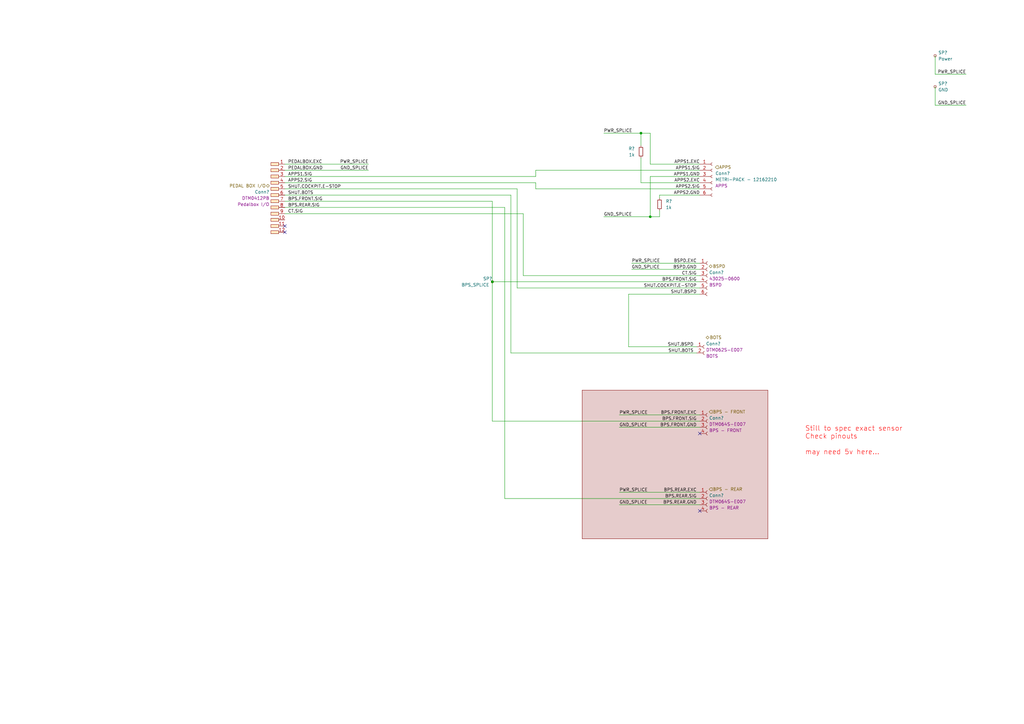
<source format=kicad_sch>
(kicad_sch (version 20231120) (generator "eeschema") (generator_version "8.0")
  (paper "A3")
  (title_block (title "LOOM - PEDAL BOX"))
  (lib_symbols
    (symbol "Connector:Conn_01x06_Socket" (pin_names (offset 1.016) hide)
      (property "Reference" "J" (at 0 7.62 0))
      (property "Value" "Conn_01x06_Socket" (at 0 -10.16 0))
      (symbol "Conn_01x06_Socket_1_1"
        (arc (start 0 -7.112) (mid -0.5058 -7.62) (end 0 -8.128) (stroke (width 0.1524)))
        (arc (start 0 -4.572) (mid -0.5058 -5.08) (end 0 -5.588) (stroke (width 0.1524)))
        (arc (start 0 -2.032) (mid -0.5058 -2.54) (end 0 -3.048) (stroke (width 0.1524)))
        (polyline (pts (xy -1.27 -7.62) (xy -0.508 -7.62)) (stroke (width 0.1524)))
        (polyline (pts (xy -1.27 -5.08) (xy -0.508 -5.08)) (stroke (width 0.1524)))
        (polyline (pts (xy -1.27 -2.54) (xy -0.508 -2.54)) (stroke (width 0.1524)))
        (polyline (pts (xy -1.27 0) (xy -0.508 0)) (stroke (width 0.1524)))
        (polyline (pts (xy -1.27 2.54) (xy -0.508 2.54)) (stroke (width 0.1524)))
        (polyline (pts (xy -1.27 5.08) (xy -0.508 5.08)) (stroke (width 0.1524)))
        (arc (start 0 0.508) (mid -0.5058 0) (end 0 -0.508) (stroke (width 0.1524)))
        (arc (start 0 3.048) (mid -0.5058 2.54) (end 0 2.032) (stroke (width 0.1524)))
        (arc (start 0 5.588) (mid -0.5058 5.08) (end 0 4.572) (stroke (width 0.1524)))
        (pin passive line (at -5.08 5.08 0) (length 3.81) (name "Pin_1") (number "1"))
        (pin passive line (at -5.08 2.54 0) (length 3.81) (name "Pin_2") (number "2"))
        (pin passive line (at -5.08 0 0) (length 3.81) (name "Pin_3") (number "3"))
        (pin passive line (at -5.08 -2.54 0) (length 3.81) (name "Pin_4") (number "4"))
        (pin passive line (at -5.08 -5.08 0) (length 3.81) (name "Pin_5") (number "5"))
        (pin passive line (at -5.08 -7.62 0) (length 3.81) (name "Pin_6") (number "6"))
      )
    )
    (symbol "Connector:TestPoint_Small" (pin_numbers hide) (pin_names (offset 0.762) hide)
      (property "Reference" "TP" (at 0 3.81 0))
      (property "Value" "TestPoint_Small" (at 0 2.032 0))
      (symbol "TestPoint_Small_0_1"
        (circle (center 0 0) (radius 0.508))
      )
      (symbol "TestPoint_Small_1_1"
        (pin passive line (at 0 0 90) (length 0) (name "1") (number "1"))
      )
    )
    (symbol "Connectors_SUFST:Deutsch_DTM_12P_Pin"
      (property "Reference" "Conn" (at 0 -1.905 0))
      (property "P/N" "DTM0412PB" (at 0 0 0))
      (symbol "Deutsch_DTM_12P_Pin_0_1"
        (polyline (pts (xy -0.635 -29.845) (xy 1.905 -29.845)))
        (polyline (pts (xy -0.635 -24.765) (xy 1.905 -24.765)))
        (polyline (pts (xy -0.635 -19.685) (xy 1.905 -19.685)))
        (polyline (pts (xy -0.635 -14.605) (xy 1.905 -14.605)))
        (polyline (pts (xy -0.635 -9.525) (xy 1.905 -9.525)))
        (polyline (pts (xy -0.635 -4.445) (xy 1.905 -4.445)))
      )
      (symbol "Deutsch_DTM_12P_Pin_1_1"
        (rectangle (start -3.81 -31.75) (end -0.635 -33.02) (fill (type color) (color 255 229 191 1)))
        (rectangle (start -3.81 -29.21) (end -0.635 -30.48) (fill (type color) (color 255 229 191 1)))
        (rectangle (start -3.81 -26.67) (end -0.635 -27.94) (fill (type color) (color 255 229 191 1)))
        (rectangle (start -3.81 -24.13) (end -0.635 -25.4) (fill (type color) (color 255 229 191 1)))
        (rectangle (start -3.81 -21.59) (end -0.635 -22.86) (fill (type color) (color 255 229 191 1)))
        (rectangle (start -3.81 -19.05) (end -0.635 -20.32) (fill (type color) (color 255 229 191 1)))
        (rectangle (start -3.81 -16.51) (end -0.635 -17.78) (fill (type color) (color 255 229 191 1)))
        (rectangle (start -3.81 -13.97) (end -0.635 -15.24) (fill (type color) (color 255 229 191 1)))
        (rectangle (start -3.81 -11.43) (end -0.635 -12.7) (fill (type color) (color 255 229 191 1)))
        (rectangle (start -3.81 -8.89) (end -0.635 -10.16) (fill (type color) (color 255 229 191 1)))
        (rectangle (start -3.81 -6.35) (end -0.635 -7.62) (fill (type color) (color 255 229 191 1)))
        (rectangle (start -3.81 -3.81) (end -0.635 -5.08) (fill (type color) (color 255 229 191 1)))
        (pin input line (at 1.905 -32.385 180) (length 2.54) (name "") (number "1"))
        (pin input line (at 1.905 -9.525 180) (length 2.54) (name "") (number "10"))
        (pin input line (at 1.905 -6.985 180) (length 2.54) (name "") (number "11"))
        (pin input line (at 1.905 -4.445 180) (length 2.54) (name "") (number "12"))
        (pin input line (at 1.905 -29.845 180) (length 2.54) (name "") (number "2"))
        (pin input line (at 1.905 -27.305 180) (length 2.54) (name "") (number "3"))
        (pin input line (at 1.905 -24.765 180) (length 2.54) (name "") (number "4"))
        (pin input line (at 1.905 -22.225 180) (length 2.54) (name "") (number "5"))
        (pin input line (at 1.905 -19.685 180) (length 2.54) (name "") (number "6"))
        (pin input line (at 1.905 -17.145 180) (length 2.54) (name "") (number "7"))
        (pin input line (at 1.905 -14.605 180) (length 2.54) (name "") (number "8"))
        (pin input line (at 1.905 -12.065 180) (length 2.54) (name "") (number "9"))
      )
    )
    (symbol "Connectors_SUFST:Deutsch_DTM_2S_Pin"
      (property "Reference" "Conn" (at 0 0.635 0))
      (property "P/N" "DTM062S-E007" (at 0 0 0))
      (symbol "Deutsch_DTM_2S_Pin_0_1"
        (arc (start -2.5368 -2.5407) (mid -1.9833 -1.9063) (end -2.5355 -1.2707))
        (arc (start -2.4524 -5.0801) (mid -1.8989 -4.4457) (end -2.4511 -3.8101))
      )
      (symbol "Deutsch_DTM_2S_Pin_1_1"
        (pin input line (at 0.635 -4.445 180) (length 2.54) (name "") (number "1"))
        (pin input line (at 0.635 -1.905 180) (length 2.54) (name "") (number "2"))
      )
    )
    (symbol "Connectors_SUFST:Deutsch_DTM_4S_Pin"
      (property "Reference" "Conn" (at 0 0.635 0))
      (property "P/N" "DTM064S-E007" (at 0 0 0))
      (symbol "Deutsch_DTM_4S_Pin_0_1"
        (arc (start -2.5368 -7.6207) (mid -1.9833 -6.9863) (end -2.5355 -6.3507))
        (arc (start -2.5368 -2.5407) (mid -1.9833 -1.9063) (end -2.5355 -1.2707))
        (arc (start -2.4524 -10.1601) (mid -1.8989 -9.5257) (end -2.4511 -8.8901))
        (arc (start -2.4524 -5.0801) (mid -1.8989 -4.4457) (end -2.4511 -3.8101))
      )
      (symbol "Deutsch_DTM_4S_Pin_1_1"
        (pin input line (at 0.635 -9.525 180) (length 2.54) (name "") (number "1"))
        (pin input line (at 0.635 -6.985 180) (length 2.54) (name "") (number "2"))
        (pin input line (at 0.635 -4.445 180) (length 2.54) (name "") (number "3"))
        (pin input line (at 0.635 -1.905 180) (length 2.54) (name "") (number "4"))
      )
    )
    (symbol "Connectors_SUFST:Molex_3x2S_Recepticle"
      (property "Reference" "Conn" (at 0 0.635 0))
      (symbol "Molex_3x2S_Recepticle_0_1"
        (arc (start -2.5368 -7.6207) (mid -1.9833 -6.9863) (end -2.5355 -6.3507))
        (arc (start -2.5368 -2.5407) (mid -1.9833 -1.9063) (end -2.5355 -1.2707))
        (arc (start -2.4524 -12.7001) (mid -1.8989 -12.0657) (end -2.4511 -11.4301))
        (arc (start -2.4524 -10.1601) (mid -1.8989 -9.5257) (end -2.4511 -8.8901))
        (arc (start -2.4524 -5.0801) (mid -1.8989 -4.4457) (end -2.4511 -3.8101))
        (arc (start -2.368 -15.2395) (mid -1.8145 -14.6051) (end -2.3667 -13.9695))
      )
      (symbol "Molex_3x2S_Recepticle_1_1"
        (pin input line (at 0.635 -1.905 180) (length 2.54) (name "") (number "1"))
        (pin input line (at 0.635 -4.445 180) (length 2.54) (name "") (number "2"))
        (pin input line (at 0.635 -6.985 180) (length 2.54) (name "") (number "3"))
        (pin input line (at 0.635 -9.525 180) (length 2.54) (name "") (number "4"))
        (pin input line (at 0.635 -12.065 180) (length 2.54) (name "") (number "5"))
        (pin input line (at 0.635 -14.605 180) (length 2.54) (name "") (number "6"))
      )
    )
    (symbol "Device:R_Small" (pin_numbers hide) (pin_names (offset 0.254) hide)
      (property "Reference" "R" (at 0.762 0.508 0))
      (property "Value" "R_Small" (at 0.762 -1.016 0))
      (symbol "R_Small_0_1"
        (rectangle (start -0.762 1.778) (end 0.762 -1.778) (stroke (width 0.2032)))
      )
      (symbol "R_Small_1_1"
        (pin passive line (at 0 2.54 270) (length 0.762) (name "~") (number "1"))
        (pin passive line (at 0 -2.54 90) (length 0.762) (name "~") (number "2"))
      )
    )
  )
  (junction (at 201.93 115.57))
  (junction (at 266.7 88.9))
  (junction (at 262.89 54.61))
  (no_connect (at 116.84 95.25))
  (no_connect (at 116.84 92.71))
  (no_connect (at 287.02 177.8))
  (no_connect (at 287.02 209.55))
  (wire (pts (xy 201.93 115.57) (xy 287.02 115.57)))
  (wire (pts (xy 383.54 30.48) (xy 383.54 22.86)))
  (wire (pts (xy 214.63 113.03) (xy 287.02 113.03)))
  (wire (pts (xy 266.7 54.61) (xy 262.89 54.61)))
  (wire (pts (xy 214.63 87.63) (xy 214.63 113.03)))
  (wire (pts (xy 247.65 88.9) (xy 266.7 88.9)))
  (wire (pts (xy 212.09 77.47) (xy 212.09 118.11)))
  (wire (pts (xy 266.7 88.9) (xy 270.51 88.9)))
  (wire (pts (xy 262.89 54.61) (xy 262.89 59.69)))
  (wire (pts (xy 383.54 43.18) (xy 396.24 43.18)))
  (wire (pts (xy 383.54 30.48) (xy 396.24 30.48)))
  (wire (pts (xy 254 175.26) (xy 287.02 175.26)))
  (wire (pts (xy 201.93 115.57) (xy 201.93 172.72)))
  (wire (pts (xy 207.01 85.09) (xy 116.84 85.09)))
  (wire (pts (xy 219.71 69.85) (xy 287.02 69.85)))
  (wire (pts (xy 212.09 118.11) (xy 287.02 118.11)))
  (wire (pts (xy 209.55 144.78) (xy 209.55 80.01)))
  (wire (pts (xy 266.7 72.39) (xy 266.7 88.9)))
  (wire (pts (xy 257.81 142.24) (xy 285.75 142.24)))
  (wire (pts (xy 116.84 74.93) (xy 219.71 74.93)))
  (wire (pts (xy 116.84 87.63) (xy 214.63 87.63)))
  (wire (pts (xy 116.84 72.39) (xy 219.71 72.39)))
  (wire (pts (xy 254 207.01) (xy 287.02 207.01)))
  (wire (pts (xy 257.81 120.65) (xy 257.81 142.24)))
  (wire (pts (xy 254 201.93) (xy 287.02 201.93)))
  (wire (pts (xy 383.54 35.56) (xy 383.54 43.18)))
  (wire (pts (xy 219.71 77.47) (xy 219.71 74.93)))
  (wire (pts (xy 285.75 144.78) (xy 209.55 144.78)))
  (wire (pts (xy 270.51 80.01) (xy 287.02 80.01)))
  (wire (pts (xy 287.02 172.72) (xy 201.93 172.72)))
  (wire (pts (xy 259.08 110.49) (xy 287.02 110.49)))
  (wire (pts (xy 116.84 67.31) (xy 151.13 67.31)))
  (wire (pts (xy 287.02 120.65) (xy 257.81 120.65)))
  (wire (pts (xy 116.84 69.85) (xy 151.13 69.85)))
  (wire (pts (xy 116.84 77.47) (xy 212.09 77.47)))
  (wire (pts (xy 262.89 74.93) (xy 287.02 74.93)))
  (wire (pts (xy 270.51 86.36) (xy 270.51 88.9)))
  (wire (pts (xy 270.51 80.01) (xy 270.51 81.28)))
  (wire (pts (xy 262.89 64.77) (xy 262.89 74.93)))
  (wire (pts (xy 219.71 69.85) (xy 219.71 72.39)))
  (wire (pts (xy 287.02 67.31) (xy 266.7 67.31)))
  (wire (pts (xy 254 170.18) (xy 287.02 170.18)))
  (wire (pts (xy 116.84 80.01) (xy 209.55 80.01)))
  (wire (pts (xy 219.71 77.47) (xy 287.02 77.47)))
  (wire (pts (xy 262.89 54.61) (xy 247.65 54.61)))
  (wire (pts (xy 201.93 82.55) (xy 201.93 115.57)))
  (wire (pts (xy 266.7 67.31) (xy 266.7 54.61)))
  (wire (pts (xy 266.7 72.39) (xy 287.02 72.39)))
  (wire (pts (xy 207.01 85.09) (xy 207.01 204.47)))
  (wire (pts (xy 207.01 204.47) (xy 287.02 204.47)))
  (wire (pts (xy 259.08 107.95) (xy 287.02 107.95)))
  (wire (pts (xy 116.84 82.55) (xy 201.93 82.55)))
  (rectangle (start 238.76 160.02) (end 314.96 220.98) (stroke (width 0) (color 132 0 0 1)) (fill (type color) (color 132 0 0 0.2)))
  (text "Still to spec exact sensor\nCheck pinouts\n\nmay need 5v here..." (at 330.2 186.69 0) (effects (font (size 2 2)) (justify left bottom)))
  (label "GND_SPLICE" (at 247.65 88.9 0))
  (label "CT.SIG" (at 285.75 113.03 180))
  (label "GND_SPLICE" (at 396.24 43.18 180))
  (label "PWR_SPLICE" (at 396.24 30.48 180))
  (label "BSPD.EXC" (at 285.75 107.95 180))
  (label "SHUT.COCKPIT.E-STOP" (at 118.11 77.47 0))
  (label "APPS1.SIG" (at 118.11 72.39 0))
  (label "GND_SPLICE" (at 259.08 110.49 0))
  (label "SHUT.BOTS" (at 284.48 144.78 180))
  (label "BPS.REAR.GND" (at 285.75 207.01 180))
  (label "BPS.FRONT.GND" (at 285.75 175.26 180))
  (label "BPS.FRONT.SIG" (at 285.75 115.57 180))
  (label "APPS2.EXC" (at 287.02 74.93 180))
  (label "BPS.REAR.SIG" (at 285.75 204.47 180))
  (label "BPS.FRONT.EXC" (at 285.75 170.18 180))
  (label "PEDALBOX.EXC" (at 118.11 67.31 0))
  (label "CT.SIG" (at 118.11 87.63 0))
  (label "PEDALBOX.GND" (at 118.11 69.85 0))
  (label "SHUT.COCKPIT.E-STOP" (at 285.75 118.11 180))
  (label "BPS.FRONT.SIG" (at 118.11 82.55 0))
  (label "APPS1.EXC" (at 287.02 67.31 180))
  (label "APPS2.GND" (at 287.02 80.01 180))
  (label "GND_SPLICE" (at 254 207.01 0))
  (label "PWR_SPLICE" (at 254 201.93 0))
  (label "APPS2.SIG" (at 118.11 74.93 0))
  (label "APPS2.SIG" (at 287.02 77.47 180))
  (label "GND_SPLICE" (at 254 175.26 0))
  (label "APPS1.GND" (at 287.02 72.39 180))
  (label "GND_SPLICE" (at 151.13 69.85 180))
  (label "SHUT.BSPD" (at 285.75 120.65 180))
  (label "BPS.REAR.EXC" (at 285.75 201.93 180))
  (label "PWR_SPLICE" (at 259.08 107.95 0))
  (label "BPS.REAR.SIG" (at 118.11 85.09 0))
  (label "SHUT.BSPD" (at 284.48 142.24 180))
  (label "BSPD.GND" (at 285.75 110.49 180))
  (label "APPS1.SIG" (at 287.02 69.85 180))
  (label "PWR_SPLICE" (at 254 170.18 0))
  (label "PWR_SPLICE" (at 247.65 54.61 0))
  (label "BPS.FRONT.SIG" (at 285.75 172.72 180))
  (label "PWR_SPLICE" (at 151.13 67.31 180))
  (label "SHUT.BOTS" (at 118.11 80.01 0))
  (hierarchical_label "PEDAL BOX I{slash}O" (shape bidirectional) (at 110.49 76.2 180))
  (hierarchical_label "BOTS" (shape bidirectional) (at 289.56 138.43 0))
  (hierarchical_label "BPS - REAR" (shape input) (at 290.83 200.66 0))
  (hierarchical_label "BSPD" (shape bidirectional) (at 290.83 109.22 0))
  (hierarchical_label "BPS - FRONT" (shape input) (at 290.83 168.91 0))
  (hierarchical_label "APPS" (shape input) (at 293.37 68.58 0))
  (symbol (lib_id "Connectors_SUFST:Deutsch_DTM_12P_Pin") (at 114.935 99.695 0) (mirror x) (unit 1)
    (property "Reference" "Conn?" (at 110.49 78.74 0) (effects (justify right)))
    (property "Value" "Deutsch_DTM_12P_Pin" (effects (hide yes)))
    (property "P/N" "DTM0412PB" (at 110.49 81.28 0) (effects (justify right)))
    (property "Conn Name" "Pedalbox I/O" (at 110.49 83.82 0) (effects (justify right)))
  )
  (symbol (lib_id "Connector:TestPoint_Small") (at 383.54 22.86 0) (unit 1)
    (property "Reference" "SP?" (at 384.81 21.59 0) (effects (justify left)))
    (property "Value" "Power" (at 384.81 24.13 0) (effects (justify left)))
  )
  (symbol (lib_id "Connector:TestPoint_Small") (at 383.54 35.56 0) (unit 1)
    (property "Reference" "SP?" (at 384.81 34.29 0) (effects (justify left)))
    (property "Value" "GND" (at 384.81 36.83 0) (effects (justify left)))
  )
  (symbol (lib_id "Device:R_Small") (at 262.89 62.23 0) (mirror x) (unit 1)
    (property "Reference" "R?" (at 260.35 60.96 0) (effects (justify right)))
    (property "Value" "1k" (at 260.35 63.5 0) (effects (justify right)))
  )
  (symbol (lib_id "Device:R_Small") (at 270.51 83.82 180) (unit 1)
    (property "Reference" "R?" (at 273.05 82.55 0) (effects (justify right)))
    (property "Value" "1k" (at 273.05 85.09 0) (effects (justify right)))
  )
  (symbol (lib_id "Connectors_SUFST:Deutsch_DTM_4S_Pin") (at 287.655 211.455 180) (unit 1)
    (property "Reference" "Conn?" (at 290.83 203.1996 0) (effects (justify right)))
    (property "Value" "Deutsch_DTM_4S_Pin" (effects (hide yes)))
    (property "P/N" "DTM064S-E007" (at 290.83 205.7396 0) (effects (justify right)))
    (property "Conn Name" "BPS - REAR" (at 290.83 208.2796 0) (effects (justify right)))
  )
  (symbol (lib_id "Connectors_SUFST:Deutsch_DTM_4S_Pin") (at 287.655 179.705 180) (unit 1)
    (property "Reference" "Conn?" (at 290.83 171.4496 0) (effects (justify right)))
    (property "Value" "Deutsch_DTM_4S_Pin" (effects (hide yes)))
    (property "P/N" "DTM064S-E007" (at 290.83 173.9896 0) (effects (justify right)))
    (property "Conn Name" "BPS - FRONT" (at 290.83 176.5296 0) (effects (justify right)))
  )
  (symbol (lib_id "Connectors_SUFST:Molex_3x2S_Recepticle") (at 287.655 106.045 0) (mirror y) (unit 1)
    (property "Reference" "Conn?" (at 290.83 111.7601 0) (effects (justify right)))
    (property "Value" "Deutsch_DTM_6S_Pin" (effects (hide yes)))
    (property "P/N" "43025-0600" (at 290.83 114.3001 0) (effects (justify right)))
    (property "Conn Name" "BSPD" (at 290.83 116.8401 0) (effects (justify right)))
  )
  (symbol (lib_id "Connector:Conn_01x06_Socket") (at 292.1 72.39 0) (unit 1)
    (property "Reference" "Conn?" (at 293.37 71.12 0) (effects (justify left)))
    (property "Value" "METRI-PACK - 12162210" (at 293.37 73.66 0) (effects (justify left)))
    (property "Conn Name" "APPS" (at 293.37 76.2 0) (effects (justify left)))
  )
  (symbol (lib_id "Connectors_SUFST:Deutsch_DTM_2S_Pin") (at 286.385 146.685 180) (unit 1)
    (property "Reference" "Conn?" (at 289.56 140.9696 0) (effects (justify right)))
    (property "Value" "Deutsch_DTM_2S_Pin" (effects (hide yes)))
    (property "P/N" "DTM062S-E007" (at 289.56 143.5096 0) (effects (justify right)))
    (property "Conn Name" "BOTS" (at 289.56 146.0496 0) (effects (justify right)))
  )
  (symbol (lib_id "Connector:TestPoint_Small") (at 201.93 115.57 0) (unit 1)
    (property "Reference" "SP?" (at 198.12 114.3 0) (effects (justify left)))
    (property "Value" "BPS_SPLICE" (at 189.23 116.84 0) (effects (justify left)))
  )
)
</source>
